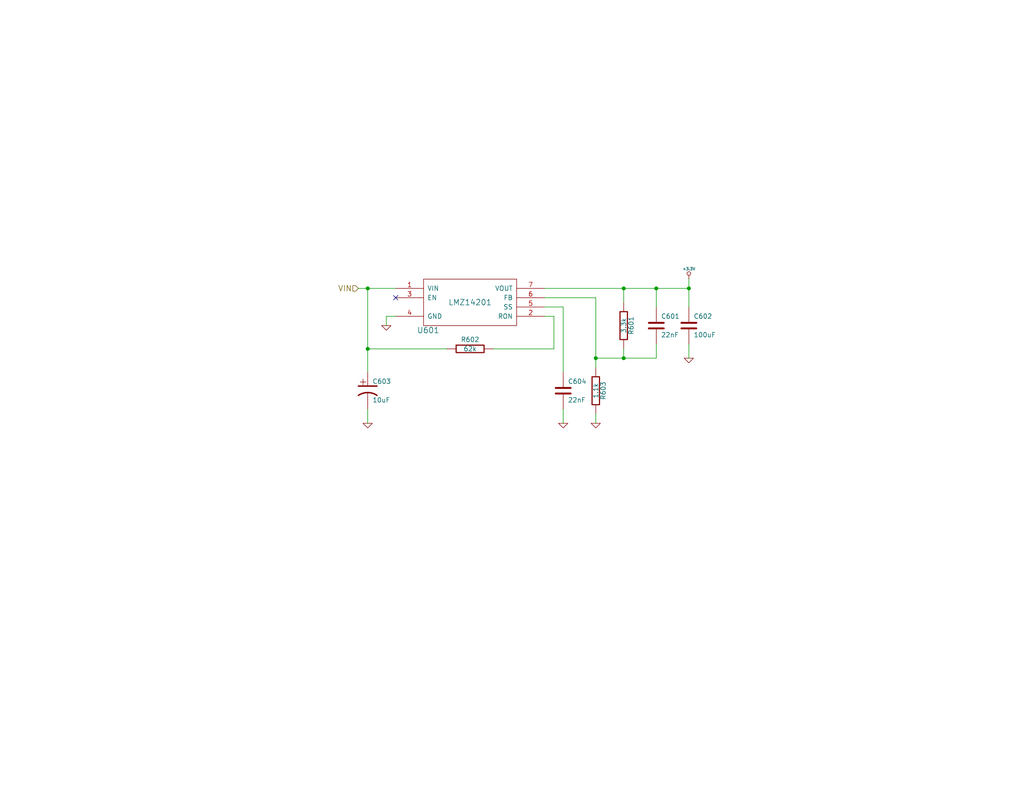
<source format=kicad_sch>
(kicad_sch (version 20211123) (generator eeschema)
  (paper "A")
  (title_block (title "3.3V Switching Regulator") (date "21 jan 2014"))
  (lib_symbols
    (symbol "components:LMZ14201" (pin_names (offset 1.016))
      (property "Reference" "U" (at -11.43 -7.62 0))
      (property "Value" "LMZ14201" (at 0 0 0))
      (symbol "LMZ14201_0_1"
        (rectangle (start -12.7 6.35) (end 12.7 -6.35))
      )
      (symbol "LMZ14201_1_1"
        (pin power_in line (at -20.32 3.81 0) (length 7.62) (name "VIN") (number "1"))
        (pin passive line (at 20.32 -3.81 180) (length 7.62) (name "RON") (number "2"))
        (pin input line (at -20.32 1.27 0) (length 7.62) (name "EN") (number "3"))
        (pin power_in line (at -20.32 -3.81 0) (length 7.62) (name "GND") (number "4"))
        (pin passive line (at 20.32 -1.27 180) (length 7.62) (name "SS") (number "5"))
        (pin passive line (at 20.32 1.27 180) (length 7.62) (name "FB") (number "6"))
        (pin power_out line (at 20.32 3.81 180) (length 7.62) (name "VOUT") (number "7"))
      )
    )
    (symbol "robot_controller-rescue:+3.3V" (power) (pin_names (offset 0))
      (property "Value" "+3.3V" (at 0 2.794 0))
      (symbol "+3.3V_0_0"
        (pin power_in line (at 0 0 90) (length 0) hide (name "+3.3V") (number "1"))
      )
      (symbol "+3.3V_0_1"
        (polyline (pts (xy 0 0) (xy 0 1.016) (xy 0 1.016)))
        (circle (center 0 1.524) (radius 0.508))
      )
    )
    (symbol "robot_controller-rescue:C" (pin_numbers hide) (pin_names (offset 0.254))
      (property "Reference" "C" (at 0 2.54 0))
      (property "Value" "C" (at 0.1524 -2.159 0))
      (symbol "C_0_1"
        (polyline (pts (xy -2.032 -0.762) (xy 2.032 -0.762)) (stroke (width 0.508)))
        (polyline (pts (xy -2.032 0.762) (xy 2.032 0.762)) (stroke (width 0.508)))
      )
      (symbol "C_1_1"
        (pin passive line (at 0 5.08 270) (length 4.318) (name "~") (number "1"))
        (pin passive line (at 0 -5.08 90) (length 4.318) (name "~") (number "2"))
      )
    )
    (symbol "robot_controller-rescue:CP1" (pin_numbers hide) (pin_names (offset 0.254) hide)
      (property "Reference" "C" (at 1.27 2.54 0))
      (property "Value" "CP1" (at 1.27 -2.54 0))
      (symbol "CP1_0_0"
        (text "+" (at -1.27 2.54 0) (effects (font (size 2.032 2.032))))
      )
      (symbol "CP1_0_1"
        (polyline (pts (xy -2.54 1.27) (xy 2.54 1.27) (xy 1.27 1.27) (xy 1.27 1.27)) (stroke (width 0.381)))
        (arc (start 2.54 -1.27) (mid 0 -0.5009) (end -2.54 -1.27) (stroke (width 0.381)))
      )
      (symbol "CP1_1_1"
        (pin passive line (at 0 5.08 270) (length 3.81) (name "~") (number "1"))
        (pin passive line (at 0 -5.08 90) (length 4.572) (name "~") (number "2"))
      )
    )
    (symbol "robot_controller-rescue:GND" (power) (pin_names (offset 0))
      (symbol "GND_0_1"
        (polyline (pts (xy -1.27 0) (xy 0 -1.27) (xy 1.27 0) (xy -1.27 0)))
      )
      (symbol "GND_1_1"
        (pin power_in line (at 0 0 90) (length 0) hide (name "GND") (number "1"))
      )
    )
    (symbol "robot_controller-rescue:R" (pin_numbers hide) (pin_names (offset 0))
      (property "Reference" "R" (at 2.032 0 90))
      (property "Value" "R" (at 0.1778 0.0254 90))
      (symbol "R_0_1"
        (rectangle (start -1.016 3.81) (end 1.016 -3.81) (stroke (width 0.3048)))
      )
      (symbol "R_1_1"
        (pin passive line (at 0 6.35 270) (length 2.54) (name "~") (number "1"))
        (pin passive line (at 0 -6.35 90) (length 2.54) (name "~") (number "2"))
      )
    )
  )
  (junction (at 162.56 97.79))
  (junction (at 187.96 78.74))
  (junction (at 100.33 78.74))
  (junction (at 100.33 95.25))
  (junction (at 179.07 78.74))
  (junction (at 170.18 78.74))
  (junction (at 170.18 97.79))
  (no_connect (at 107.95 81.28))
  (wire (pts (xy 100.33 78.74) (xy 107.95 78.74)))
  (wire (pts (xy 179.07 83.82) (xy 179.07 78.74)))
  (wire (pts (xy 179.07 78.74) (xy 187.96 78.74)))
  (wire (pts (xy 162.56 97.79) (xy 162.56 100.33)))
  (wire (pts (xy 170.18 78.74) (xy 179.07 78.74)))
  (wire (pts (xy 153.67 111.76) (xy 153.67 115.57)))
  (wire (pts (xy 153.67 83.82) (xy 153.67 101.6)))
  (wire (pts (xy 148.59 83.82) (xy 153.67 83.82)))
  (wire (pts (xy 179.07 97.79) (xy 179.07 93.98)))
  (wire (pts (xy 107.95 86.36) (xy 105.41 86.36)))
  (wire (pts (xy 148.59 81.28) (xy 162.56 81.28)))
  (wire (pts (xy 187.96 76.2) (xy 187.96 78.74)))
  (wire (pts (xy 100.33 95.25) (xy 121.92 95.25)))
  (wire (pts (xy 170.18 97.79) (xy 179.07 97.79)))
  (wire (pts (xy 170.18 95.25) (xy 170.18 97.79)))
  (wire (pts (xy 148.59 86.36) (xy 151.13 86.36)))
  (wire (pts (xy 162.56 113.03) (xy 162.56 115.57)))
  (wire (pts (xy 100.33 111.76) (xy 100.33 115.57)))
  (wire (pts (xy 170.18 78.74) (xy 170.18 82.55)))
  (wire (pts (xy 162.56 97.79) (xy 170.18 97.79)))
  (wire (pts (xy 148.59 78.74) (xy 170.18 78.74)))
  (wire (pts (xy 162.56 81.28) (xy 162.56 97.79)))
  (wire (pts (xy 100.33 78.74) (xy 100.33 95.25)))
  (wire (pts (xy 100.33 95.25) (xy 100.33 101.6)))
  (wire (pts (xy 187.96 93.98) (xy 187.96 97.79)))
  (wire (pts (xy 187.96 78.74) (xy 187.96 83.82)))
  (wire (pts (xy 105.41 86.36) (xy 105.41 88.9)))
  (wire (pts (xy 97.79 78.74) (xy 100.33 78.74)))
  (wire (pts (xy 151.13 86.36) (xy 151.13 95.25)))
  (wire (pts (xy 151.13 95.25) (xy 134.62 95.25)))
  (hierarchical_label "VIN" (shape input) (at 97.79 78.74 180) (effects (font (size 1.524 1.524))))
  (symbol (lib_id "robot_controller-rescue:GND") (at 105.41 88.9 0) (unit 1)
    (property "Reference" "#PWR0134" (effects hide))
    (property "Value" "GND" (effects hide))
  )
  (symbol (lib_id "robot_controller-rescue:+3.3V") (at 187.96 76.2 0)
    (property "Reference" "#PWR0135" (effects hide))
    (property "Value" "+3.3V" (at 187.96 73.406 0) (effects (font (size 0.762 0.762))))
  )
  (symbol (lib_id "robot_controller-rescue:R") (at 128.27 95.25 90) (unit 1)
    (property "Reference" "R602" (at 128.27 92.71 90))
    (property "Value" "62k" (at 128.27 95.25 90))
    (property "Datasheet" "http://www.digikey.ca/product-detail/en/RC1608J623CS/1276-5105-1-ND/3968077" (effects hide))
    (property "Digikey Number" "1276-5105-1-ND" (effects hide))
  )
  (symbol (lib_id "robot_controller-rescue:GND") (at 100.33 115.57 0) (unit 1)
    (property "Reference" "#PWR0136" (effects hide))
    (property "Value" "GND" (effects hide))
  )
  (symbol (lib_id "robot_controller-rescue:C") (at 153.67 106.68 0) (unit 1)
    (property "Reference" "C604" (at 154.94 104.14 0) (effects (justify left)))
    (property "Value" "22nF" (at 154.94 109.22 0) (effects (justify left)))
    (property "Datasheet" "http://www.digikey.ca/product-detail/en/CL10B222KB8NCNC/1276-1989-1-ND/3890075" (effects hide))
    (property "Digikey Number" "1276-1989-1-ND" (effects hide))
  )
  (symbol (lib_id "robot_controller-rescue:GND") (at 153.67 115.57 0) (unit 1)
    (property "Reference" "#PWR0137" (effects hide))
    (property "Value" "GND" (effects hide))
  )
  (symbol (lib_id "robot_controller-rescue:R") (at 162.56 106.68 0) (unit 1)
    (property "Reference" "R603" (at 164.592 106.68 90))
    (property "Value" "1.1k" (at 162.56 106.68 90))
    (property "Datasheet" "http://www.digikey.ca/product-detail/en/MCR03ERTF1101/RHM1.1KCFCT-ND/4083910" (effects hide))
    (property "Digikey Number" "RHM1.1KCFCT-ND" (effects hide))
  )
  (symbol (lib_id "robot_controller-rescue:GND") (at 162.56 115.57 0) (unit 1)
    (property "Reference" "#PWR0138" (effects hide))
    (property "Value" "GND" (effects hide))
  )
  (symbol (lib_id "components:LMZ14201") (at 128.27 82.55 0) (unit 1)
    (property "Reference" "U601" (at 116.84 90.17 0) (effects (font (size 1.524 1.524))))
    (property "Value" "LMZ14201" (at 128.27 82.55 0) (effects (font (size 1.524 1.524))))
    (property "Datasheet" "http://www.digikey.ca/product-detail/en/LMZ14201TZ-ADJ%2FNOPB/LMZ14201TZ-ADJ%2FNOPBCT-ND/2203761" (effects hide))
    (property "Digikey Number" "LMZ14201TZ-ADJ/NOPBCT-ND" (effects hide))
  )
  (symbol (lib_id "robot_controller-rescue:C") (at 187.96 88.9 0) (unit 1)
    (property "Reference" "C602" (at 189.23 86.36 0) (effects (justify left)))
    (property "Value" "100uF" (at 189.23 91.44 0) (effects (justify left)))
    (property "Datasheet" "http://www.digikey.ca/product-detail/en/C1206C107M9PACTU/399-5620-1-ND/2057834" (effects hide))
    (property "Digikey Number" "399-5620-1-ND" (effects hide))
  )
  (symbol (lib_id "robot_controller-rescue:GND") (at 187.96 97.79 0) (unit 1)
    (property "Reference" "#PWR0139" (effects hide))
    (property "Value" "GND" (effects hide))
  )
  (symbol (lib_id "robot_controller-rescue:C") (at 179.07 88.9 0) (unit 1)
    (property "Reference" "C601" (at 180.34 86.36 0) (effects (justify left)))
    (property "Value" "22nF" (at 180.34 91.44 0) (effects (justify left)))
    (property "Datasheet" "http://www.digikey.ca/product-detail/en/CL10B222KB8NCNC/1276-1989-1-ND/3890075" (effects hide))
    (property "Digikey Number" "1276-1989-1-ND" (effects hide))
  )
  (symbol (lib_id "robot_controller-rescue:R") (at 170.18 88.9 0) (unit 1)
    (property "Reference" "R601" (at 172.212 88.9 90))
    (property "Value" "3.3k" (at 170.18 88.9 90))
    (property "Datasheet" "http://www.digikey.ca/product-detail/en/MCR03ERTF3301/RHM3.30KCFCT-ND/2796479" (effects hide))
    (property "Digikey Number" "RHM3.30KCFCT-ND" (effects hide))
  )
  (symbol (lib_id "robot_controller-rescue:CP1") (at 100.33 106.68 0) (unit 1)
    (property "Reference" "C603" (at 101.6 104.14 0) (effects (justify left)))
    (property "Value" "10uF" (at 101.6 109.22 0) (effects (justify left)))
    (property "Datasheet" "http://www.digikey.ca/product-detail/en/EEE-2AA100UP/PCE3966CT-ND/766342" (effects hide))
    (property "Digikey Number" "PCE3966CT-ND" (effects hide))
  )
)
</source>
